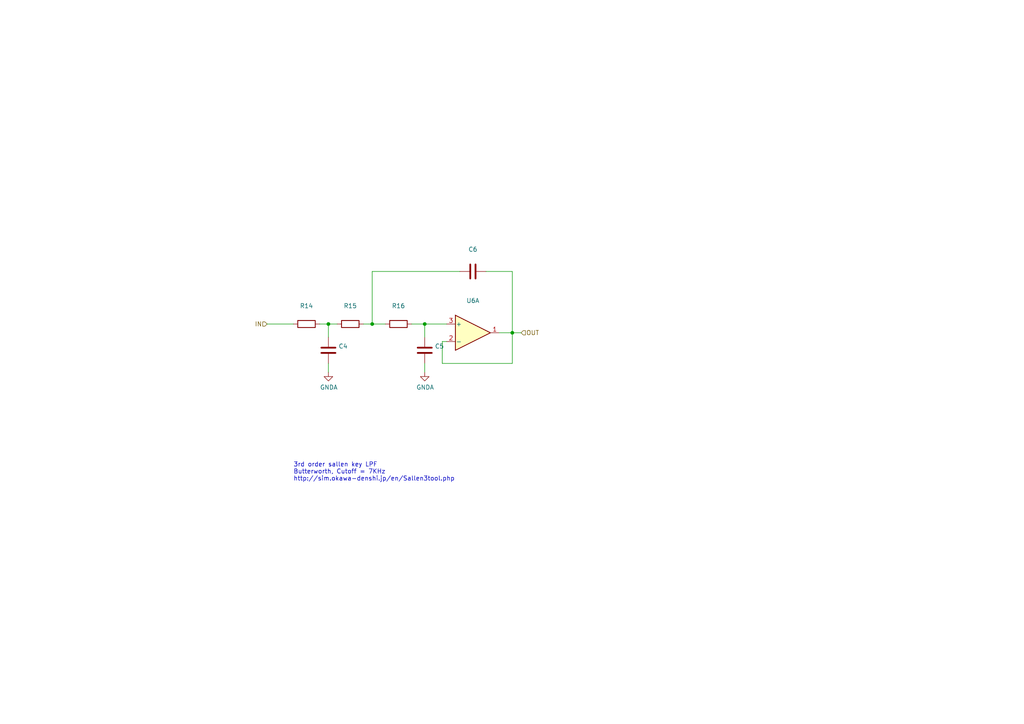
<source format=kicad_sch>
(kicad_sch (version 20211123) (generator eeschema)
  (paper "A4")
  (lib_symbols
    (symbol "Amplifier_Operational:TL072" (pin_names (offset 0.127))
      (property "Reference" "U" (at 0 5.08 0))
      (property "Value" "TL072" (at 0 -5.08 0))
      (symbol "TL072_1_1"
        (polyline (pts (xy -5.08 5.08) (xy 5.08 0) (xy -5.08 -5.08) (xy -5.08 5.08)) (stroke (width 0.254)) (fill (type background)))
        (pin output line (at 7.62 0 180) (length 2.54) (name "~") (number "1"))
        (pin input line (at -7.62 -2.54 0) (length 2.54) (name "-") (number "2"))
        (pin input line (at -7.62 2.54 0) (length 2.54) (name "+") (number "3"))
      )
      (symbol "TL072_2_1"
        (polyline (pts (xy -5.08 5.08) (xy 5.08 0) (xy -5.08 -5.08) (xy -5.08 5.08)) (stroke (width 0.254)) (fill (type background)))
        (pin input line (at -7.62 2.54 0) (length 2.54) (name "+") (number "5"))
        (pin input line (at -7.62 -2.54 0) (length 2.54) (name "-") (number "6"))
        (pin output line (at 7.62 0 180) (length 2.54) (name "~") (number "7"))
      )
      (symbol "TL072_3_1"
        (pin power_in line (at -2.54 -7.62 90) (length 3.81) (name "V-") (number "4"))
        (pin power_in line (at -2.54 7.62 270) (length 3.81) (name "V+") (number "8"))
      )
    )
    (symbol "Device:C" (pin_numbers hide) (pin_names (offset 0.254))
      (property "Reference" "C" (at 0.635 2.54 0))
      (property "Value" "C" (at 0.635 -2.54 0))
      (symbol "C_0_1"
        (polyline (pts (xy -2.032 -0.762) (xy 2.032 -0.762)) (stroke (width 0.508)))
        (polyline (pts (xy -2.032 0.762) (xy 2.032 0.762)) (stroke (width 0.508)))
      )
      (symbol "C_1_1"
        (pin passive line (at 0 3.81 270) (length 2.794) (name "~") (number "1"))
        (pin passive line (at 0 -3.81 90) (length 2.794) (name "~") (number "2"))
      )
    )
    (symbol "Device:R" (pin_numbers hide) (pin_names (offset 0))
      (property "Reference" "R" (at 2.032 0 90))
      (property "Value" "R" (at 0 0 90))
      (symbol "R_0_1"
        (rectangle (start -1.016 -2.54) (end 1.016 2.54) (stroke (width 0.254)))
      )
      (symbol "R_1_1"
        (pin passive line (at 0 3.81 270) (length 1.27) (name "~") (number "1"))
        (pin passive line (at 0 -3.81 90) (length 1.27) (name "~") (number "2"))
      )
    )
    (symbol "power:GNDA" (power) (pin_names (offset 0))
      (property "Value" "GNDA" (at 0 -3.81 0))
      (symbol "GNDA_0_1"
        (polyline (pts (xy 0 0) (xy 0 -1.27) (xy 1.27 -1.27) (xy 0 -2.54) (xy -1.27 -1.27) (xy 0 -1.27)))
      )
      (symbol "GNDA_1_1"
        (pin power_in line (at 0 0 270) (length 0) hide (name "GNDA") (number "1"))
      )
    )
  )
  (junction (at 107.95 93.98))
  (junction (at 95.25 93.98))
  (junction (at 148.59 96.52))
  (junction (at 123.19 93.98))
  (wire (pts (xy 107.95 93.98) (xy 107.95 78.74)))
  (wire (pts (xy 92.71 93.98) (xy 95.25 93.98)))
  (wire (pts (xy 107.95 78.74) (xy 133.35 78.74)))
  (wire (pts (xy 105.41 93.98) (xy 107.95 93.98)))
  (wire (pts (xy 123.19 107.95) (xy 123.19 105.41)))
  (wire (pts (xy 148.59 78.74) (xy 148.59 96.52)))
  (wire (pts (xy 123.19 97.79) (xy 123.19 93.98)))
  (wire (pts (xy 151.13 96.52) (xy 148.59 96.52)))
  (wire (pts (xy 77.47 93.98) (xy 85.09 93.98)))
  (wire (pts (xy 128.27 105.41) (xy 148.59 105.41)))
  (wire (pts (xy 123.19 93.98) (xy 129.54 93.98)))
  (wire (pts (xy 119.38 93.98) (xy 123.19 93.98)))
  (wire (pts (xy 128.27 99.06) (xy 128.27 105.41)))
  (wire (pts (xy 140.97 78.74) (xy 148.59 78.74)))
  (wire (pts (xy 129.54 99.06) (xy 128.27 99.06)))
  (wire (pts (xy 148.59 96.52) (xy 144.78 96.52)))
  (wire (pts (xy 95.25 93.98) (xy 97.79 93.98)))
  (wire (pts (xy 148.59 105.41) (xy 148.59 96.52)))
  (wire (pts (xy 95.25 105.41) (xy 95.25 107.95)))
  (wire (pts (xy 107.95 93.98) (xy 111.76 93.98)))
  (wire (pts (xy 95.25 97.79) (xy 95.25 93.98)))
  (text "3rd order sallen key LPF\nButterworth, Cutoff = 7KHz\nhttp://sim.okawa-denshi.jp/en/Sallen3tool.php" (at 85.09 139.7 0) (effects (font (size 1.27 1.27)) (justify left bottom)))
  (hierarchical_label "IN" (shape input) (at 77.47 93.98 180))
  (hierarchical_label "OUT" (shape input) (at 151.13 96.52 0))
  (symbol (lib_id "Device:R") (at 115.57 93.98 270) (unit 1)
    (property "Reference" "R16" (at 115.57 88.7222 90))
    (property "Footprint" "kicad-legacy/kicad-footprints/Resistor_THT.pretty:R_Axial_DIN0204_L3.6mm_D1.6mm_P2.54mm_Vertical" (effects hide))
  )
  (symbol (lib_id "power:GNDA") (at 123.19 107.95 0) (unit 1)
    (property "Reference" "#PWR?" (effects hide))
  )
  (symbol (lib_id "Device:C") (at 95.25 101.6 180) (unit 1)
    (property "Reference" "C4" (at 98.171 100.4316 0) (effects (justify right)))
  )
  (symbol (lib_id "Amplifier_Operational:TL072") (at 137.16 96.52 0) (unit 1)
    (property "Reference" "U6" (at 137.16 87.1982 0))
    (property "Footprint" "kicad-legacy/Housings_DIP.pretty:DIP-8_W7.62mm" (effects hide))
    (property "Datasheet" "http://www.ti.com/lit/ds/symlink/tl071.pdf" (effects hide))
  )
  (symbol (lib_id "Device:R") (at 101.6 93.98 270) (unit 1)
    (property "Reference" "R15" (at 101.6 88.7222 90))
    (property "Footprint" "kicad-legacy/kicad-footprints/Resistor_THT.pretty:R_Axial_DIN0204_L3.6mm_D1.6mm_P2.54mm_Vertical" (effects hide))
  )
  (symbol (lib_id "power:GNDA") (at 95.25 107.95 0) (unit 1)
    (property "Reference" "#PWR?" (effects hide))
  )
  (symbol (lib_id "Device:C") (at 123.19 101.6 180) (unit 1)
    (property "Reference" "C5" (at 126.111 100.4316 0) (effects (justify right)))
  )
  (symbol (lib_id "Device:C") (at 137.16 78.74 270) (unit 1)
    (property "Reference" "C6" (at 137.16 72.3392 90))
  )
  (symbol (lib_id "Device:R") (at 88.9 93.98 270) (unit 1)
    (property "Reference" "R14" (at 88.9 88.7222 90))
    (property "Footprint" "kicad-legacy/kicad-footprints/Resistor_THT.pretty:R_Axial_DIN0204_L3.6mm_D1.6mm_P2.54mm_Vertical" (effects hide))
  )
)
</source>
